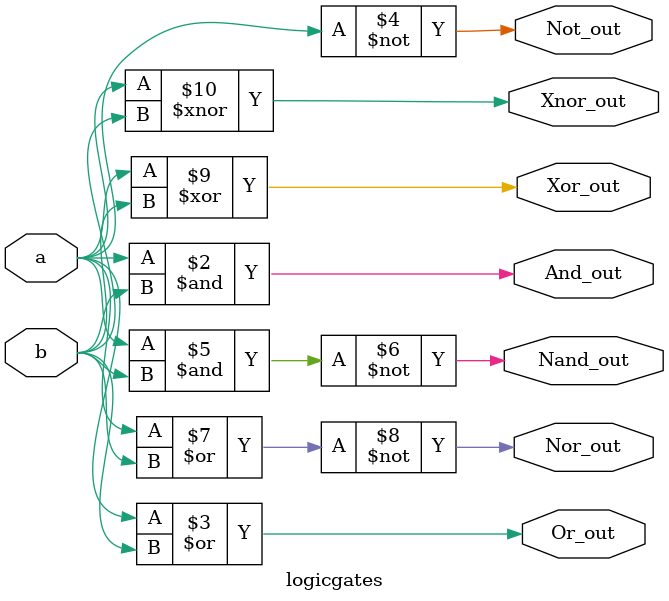
<source format=v>
module logicgates(
  input a, b,
  output reg And_out, Or_out, Not_out, Nand_out, Nor_out, Xor_out, Xnor_out
);

  always @ (*) begin
    And_out  = a & b;
    Or_out   = a | b;
    Not_out  = ~a;
    Nand_out = ~(a & b);
    Nor_out  = ~(a | b);
    Xor_out  = a ^ b;
    Xnor_out = a ~^ b;
  end

endmodule

</source>
